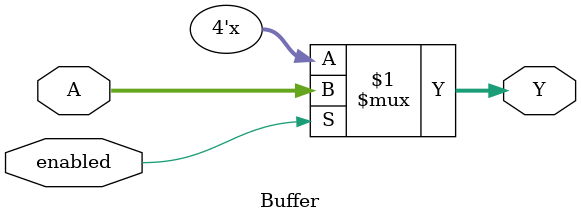
<source format=v>


module Buffer(input enabled, input [3:0] A, output [3:0] Y);

    assign Y = enabled ? A : 4'bz;

endmodule

</source>
